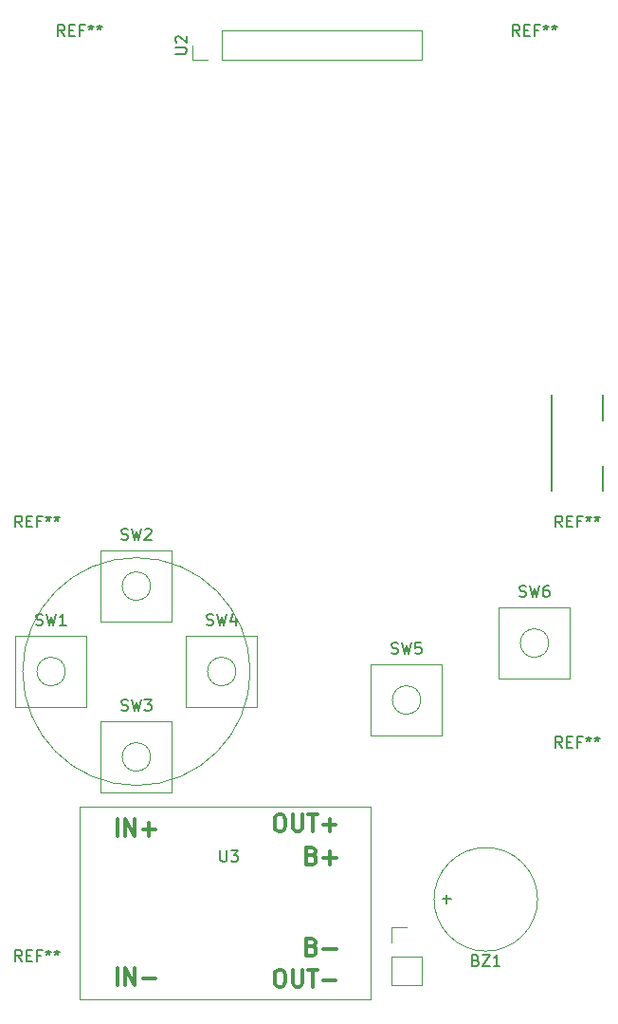
<source format=gbr>
%TF.GenerationSoftware,KiCad,Pcbnew,(5.1.10-1-10_14)*%
%TF.CreationDate,2021-08-15T20:20:53+09:00*%
%TF.ProjectId,gamejoy,67616d65-6a6f-4792-9e6b-696361645f70,rev?*%
%TF.SameCoordinates,Original*%
%TF.FileFunction,Legend,Top*%
%TF.FilePolarity,Positive*%
%FSLAX46Y46*%
G04 Gerber Fmt 4.6, Leading zero omitted, Abs format (unit mm)*
G04 Created by KiCad (PCBNEW (5.1.10-1-10_14)) date 2021-08-15 20:20:53*
%MOMM*%
%LPD*%
G01*
G04 APERTURE LIST*
%ADD10C,0.120000*%
%ADD11C,0.150000*%
%ADD12C,0.300000*%
G04 APERTURE END LIST*
D10*
X100330000Y-114300000D02*
G75*
G03*
X100330000Y-114300000I-10160000J0D01*
G01*
%TO.C,BT1*%
X112970000Y-137100000D02*
X114300000Y-137100000D01*
X112970000Y-138430000D02*
X112970000Y-137100000D01*
X112970000Y-139700000D02*
X115630000Y-139700000D01*
X115630000Y-139700000D02*
X115630000Y-142300000D01*
X112970000Y-139700000D02*
X112970000Y-142300000D01*
X112970000Y-142300000D02*
X115630000Y-142300000D01*
%TO.C,BZ1*%
X126000000Y-134620000D02*
G75*
G03*
X126000000Y-134620000I-4620000J0D01*
G01*
%TO.C,SW1*%
X83820000Y-114300000D02*
G75*
G03*
X83820000Y-114300000I-1270000J0D01*
G01*
X85725000Y-111125000D02*
X79375000Y-111125000D01*
X85725000Y-117475000D02*
X85725000Y-111125000D01*
X79375000Y-117475000D02*
X85725000Y-117475000D01*
X79375000Y-111125000D02*
X79375000Y-117475000D01*
%TO.C,SW2*%
X86995000Y-103505000D02*
X86995000Y-109855000D01*
X86995000Y-109855000D02*
X93345000Y-109855000D01*
X93345000Y-109855000D02*
X93345000Y-103505000D01*
X93345000Y-103505000D02*
X86995000Y-103505000D01*
X91440000Y-106680000D02*
G75*
G03*
X91440000Y-106680000I-1270000J0D01*
G01*
%TO.C,SW3*%
X86995000Y-118745000D02*
X86995000Y-125095000D01*
X86995000Y-125095000D02*
X93345000Y-125095000D01*
X93345000Y-125095000D02*
X93345000Y-118745000D01*
X93345000Y-118745000D02*
X86995000Y-118745000D01*
X91440000Y-121920000D02*
G75*
G03*
X91440000Y-121920000I-1270000J0D01*
G01*
%TO.C,SW4*%
X99060000Y-114300000D02*
G75*
G03*
X99060000Y-114300000I-1270000J0D01*
G01*
X100965000Y-111125000D02*
X94615000Y-111125000D01*
X100965000Y-117475000D02*
X100965000Y-111125000D01*
X94615000Y-117475000D02*
X100965000Y-117475000D01*
X94615000Y-111125000D02*
X94615000Y-117475000D01*
%TO.C,SW5*%
X111125000Y-113665000D02*
X111125000Y-120015000D01*
X111125000Y-120015000D02*
X117475000Y-120015000D01*
X117475000Y-120015000D02*
X117475000Y-113665000D01*
X117475000Y-113665000D02*
X111125000Y-113665000D01*
X115570000Y-116840000D02*
G75*
G03*
X115570000Y-116840000I-1270000J0D01*
G01*
%TO.C,SW6*%
X127000000Y-111760000D02*
G75*
G03*
X127000000Y-111760000I-1270000J0D01*
G01*
X128905000Y-108585000D02*
X122555000Y-108585000D01*
X128905000Y-114935000D02*
X128905000Y-108585000D01*
X122555000Y-114935000D02*
X128905000Y-114935000D01*
X122555000Y-108585000D02*
X122555000Y-114935000D01*
D11*
%TO.C,SW7*%
X131840000Y-91885000D02*
X131840000Y-89585000D01*
X131840000Y-98185000D02*
X131840000Y-95985000D01*
X127240000Y-98185000D02*
X127240000Y-89585000D01*
D10*
%TO.C,U2*%
X95190000Y-59750000D02*
X95190000Y-58420000D01*
X96520000Y-59750000D02*
X95190000Y-59750000D01*
X97790000Y-59750000D02*
X97790000Y-57090000D01*
X97790000Y-57090000D02*
X115630000Y-57090000D01*
X97790000Y-59750000D02*
X115630000Y-59750000D01*
X115630000Y-59750000D02*
X115630000Y-57090000D01*
%TO.C,U3*%
X85090000Y-143510000D02*
X85090000Y-126365000D01*
X111125000Y-143510000D02*
X85090000Y-143510000D01*
X111125000Y-126365000D02*
X111125000Y-143510000D01*
X85090000Y-126365000D02*
X111125000Y-126365000D01*
%TO.C,REF\u002A\u002A*%
D11*
X128206666Y-101417380D02*
X127873333Y-100941190D01*
X127635238Y-101417380D02*
X127635238Y-100417380D01*
X128016190Y-100417380D01*
X128111428Y-100465000D01*
X128159047Y-100512619D01*
X128206666Y-100607857D01*
X128206666Y-100750714D01*
X128159047Y-100845952D01*
X128111428Y-100893571D01*
X128016190Y-100941190D01*
X127635238Y-100941190D01*
X128635238Y-100893571D02*
X128968571Y-100893571D01*
X129111428Y-101417380D02*
X128635238Y-101417380D01*
X128635238Y-100417380D01*
X129111428Y-100417380D01*
X129873333Y-100893571D02*
X129540000Y-100893571D01*
X129540000Y-101417380D02*
X129540000Y-100417380D01*
X130016190Y-100417380D01*
X130540000Y-100417380D02*
X130540000Y-100655476D01*
X130301904Y-100560238D02*
X130540000Y-100655476D01*
X130778095Y-100560238D01*
X130397142Y-100845952D02*
X130540000Y-100655476D01*
X130682857Y-100845952D01*
X131301904Y-100417380D02*
X131301904Y-100655476D01*
X131063809Y-100560238D02*
X131301904Y-100655476D01*
X131540000Y-100560238D01*
X131159047Y-100845952D02*
X131301904Y-100655476D01*
X131444761Y-100845952D01*
X79946666Y-101417380D02*
X79613333Y-100941190D01*
X79375238Y-101417380D02*
X79375238Y-100417380D01*
X79756190Y-100417380D01*
X79851428Y-100465000D01*
X79899047Y-100512619D01*
X79946666Y-100607857D01*
X79946666Y-100750714D01*
X79899047Y-100845952D01*
X79851428Y-100893571D01*
X79756190Y-100941190D01*
X79375238Y-100941190D01*
X80375238Y-100893571D02*
X80708571Y-100893571D01*
X80851428Y-101417380D02*
X80375238Y-101417380D01*
X80375238Y-100417380D01*
X80851428Y-100417380D01*
X81613333Y-100893571D02*
X81280000Y-100893571D01*
X81280000Y-101417380D02*
X81280000Y-100417380D01*
X81756190Y-100417380D01*
X82280000Y-100417380D02*
X82280000Y-100655476D01*
X82041904Y-100560238D02*
X82280000Y-100655476D01*
X82518095Y-100560238D01*
X82137142Y-100845952D02*
X82280000Y-100655476D01*
X82422857Y-100845952D01*
X83041904Y-100417380D02*
X83041904Y-100655476D01*
X82803809Y-100560238D02*
X83041904Y-100655476D01*
X83280000Y-100560238D01*
X82899047Y-100845952D02*
X83041904Y-100655476D01*
X83184761Y-100845952D01*
X83756666Y-57602380D02*
X83423333Y-57126190D01*
X83185238Y-57602380D02*
X83185238Y-56602380D01*
X83566190Y-56602380D01*
X83661428Y-56650000D01*
X83709047Y-56697619D01*
X83756666Y-56792857D01*
X83756666Y-56935714D01*
X83709047Y-57030952D01*
X83661428Y-57078571D01*
X83566190Y-57126190D01*
X83185238Y-57126190D01*
X84185238Y-57078571D02*
X84518571Y-57078571D01*
X84661428Y-57602380D02*
X84185238Y-57602380D01*
X84185238Y-56602380D01*
X84661428Y-56602380D01*
X85423333Y-57078571D02*
X85090000Y-57078571D01*
X85090000Y-57602380D02*
X85090000Y-56602380D01*
X85566190Y-56602380D01*
X86090000Y-56602380D02*
X86090000Y-56840476D01*
X85851904Y-56745238D02*
X86090000Y-56840476D01*
X86328095Y-56745238D01*
X85947142Y-57030952D02*
X86090000Y-56840476D01*
X86232857Y-57030952D01*
X86851904Y-56602380D02*
X86851904Y-56840476D01*
X86613809Y-56745238D02*
X86851904Y-56840476D01*
X87090000Y-56745238D01*
X86709047Y-57030952D02*
X86851904Y-56840476D01*
X86994761Y-57030952D01*
X124396666Y-57602380D02*
X124063333Y-57126190D01*
X123825238Y-57602380D02*
X123825238Y-56602380D01*
X124206190Y-56602380D01*
X124301428Y-56650000D01*
X124349047Y-56697619D01*
X124396666Y-56792857D01*
X124396666Y-56935714D01*
X124349047Y-57030952D01*
X124301428Y-57078571D01*
X124206190Y-57126190D01*
X123825238Y-57126190D01*
X124825238Y-57078571D02*
X125158571Y-57078571D01*
X125301428Y-57602380D02*
X124825238Y-57602380D01*
X124825238Y-56602380D01*
X125301428Y-56602380D01*
X126063333Y-57078571D02*
X125730000Y-57078571D01*
X125730000Y-57602380D02*
X125730000Y-56602380D01*
X126206190Y-56602380D01*
X126730000Y-56602380D02*
X126730000Y-56840476D01*
X126491904Y-56745238D02*
X126730000Y-56840476D01*
X126968095Y-56745238D01*
X126587142Y-57030952D02*
X126730000Y-56840476D01*
X126872857Y-57030952D01*
X127491904Y-56602380D02*
X127491904Y-56840476D01*
X127253809Y-56745238D02*
X127491904Y-56840476D01*
X127730000Y-56745238D01*
X127349047Y-57030952D02*
X127491904Y-56840476D01*
X127634761Y-57030952D01*
X79946666Y-140152380D02*
X79613333Y-139676190D01*
X79375238Y-140152380D02*
X79375238Y-139152380D01*
X79756190Y-139152380D01*
X79851428Y-139200000D01*
X79899047Y-139247619D01*
X79946666Y-139342857D01*
X79946666Y-139485714D01*
X79899047Y-139580952D01*
X79851428Y-139628571D01*
X79756190Y-139676190D01*
X79375238Y-139676190D01*
X80375238Y-139628571D02*
X80708571Y-139628571D01*
X80851428Y-140152380D02*
X80375238Y-140152380D01*
X80375238Y-139152380D01*
X80851428Y-139152380D01*
X81613333Y-139628571D02*
X81280000Y-139628571D01*
X81280000Y-140152380D02*
X81280000Y-139152380D01*
X81756190Y-139152380D01*
X82280000Y-139152380D02*
X82280000Y-139390476D01*
X82041904Y-139295238D02*
X82280000Y-139390476D01*
X82518095Y-139295238D01*
X82137142Y-139580952D02*
X82280000Y-139390476D01*
X82422857Y-139580952D01*
X83041904Y-139152380D02*
X83041904Y-139390476D01*
X82803809Y-139295238D02*
X83041904Y-139390476D01*
X83280000Y-139295238D01*
X82899047Y-139580952D02*
X83041904Y-139390476D01*
X83184761Y-139580952D01*
X128206666Y-121102380D02*
X127873333Y-120626190D01*
X127635238Y-121102380D02*
X127635238Y-120102380D01*
X128016190Y-120102380D01*
X128111428Y-120150000D01*
X128159047Y-120197619D01*
X128206666Y-120292857D01*
X128206666Y-120435714D01*
X128159047Y-120530952D01*
X128111428Y-120578571D01*
X128016190Y-120626190D01*
X127635238Y-120626190D01*
X128635238Y-120578571D02*
X128968571Y-120578571D01*
X129111428Y-121102380D02*
X128635238Y-121102380D01*
X128635238Y-120102380D01*
X129111428Y-120102380D01*
X129873333Y-120578571D02*
X129540000Y-120578571D01*
X129540000Y-121102380D02*
X129540000Y-120102380D01*
X130016190Y-120102380D01*
X130540000Y-120102380D02*
X130540000Y-120340476D01*
X130301904Y-120245238D02*
X130540000Y-120340476D01*
X130778095Y-120245238D01*
X130397142Y-120530952D02*
X130540000Y-120340476D01*
X130682857Y-120530952D01*
X131301904Y-120102380D02*
X131301904Y-120340476D01*
X131063809Y-120245238D02*
X131301904Y-120340476D01*
X131540000Y-120245238D01*
X131159047Y-120530952D02*
X131301904Y-120340476D01*
X131444761Y-120530952D01*
%TO.C,BZ1*%
X120499047Y-140048571D02*
X120641904Y-140096190D01*
X120689523Y-140143809D01*
X120737142Y-140239047D01*
X120737142Y-140381904D01*
X120689523Y-140477142D01*
X120641904Y-140524761D01*
X120546666Y-140572380D01*
X120165714Y-140572380D01*
X120165714Y-139572380D01*
X120499047Y-139572380D01*
X120594285Y-139620000D01*
X120641904Y-139667619D01*
X120689523Y-139762857D01*
X120689523Y-139858095D01*
X120641904Y-139953333D01*
X120594285Y-140000952D01*
X120499047Y-140048571D01*
X120165714Y-140048571D01*
X121070476Y-139572380D02*
X121737142Y-139572380D01*
X121070476Y-140572380D01*
X121737142Y-140572380D01*
X122641904Y-140572380D02*
X122070476Y-140572380D01*
X122356190Y-140572380D02*
X122356190Y-139572380D01*
X122260952Y-139715238D01*
X122165714Y-139810476D01*
X122070476Y-139858095D01*
X117499047Y-134591428D02*
X118260952Y-134591428D01*
X117880000Y-134972380D02*
X117880000Y-134210476D01*
%TO.C,SW1*%
X81216666Y-110124761D02*
X81359523Y-110172380D01*
X81597619Y-110172380D01*
X81692857Y-110124761D01*
X81740476Y-110077142D01*
X81788095Y-109981904D01*
X81788095Y-109886666D01*
X81740476Y-109791428D01*
X81692857Y-109743809D01*
X81597619Y-109696190D01*
X81407142Y-109648571D01*
X81311904Y-109600952D01*
X81264285Y-109553333D01*
X81216666Y-109458095D01*
X81216666Y-109362857D01*
X81264285Y-109267619D01*
X81311904Y-109220000D01*
X81407142Y-109172380D01*
X81645238Y-109172380D01*
X81788095Y-109220000D01*
X82121428Y-109172380D02*
X82359523Y-110172380D01*
X82550000Y-109458095D01*
X82740476Y-110172380D01*
X82978571Y-109172380D01*
X83883333Y-110172380D02*
X83311904Y-110172380D01*
X83597619Y-110172380D02*
X83597619Y-109172380D01*
X83502380Y-109315238D01*
X83407142Y-109410476D01*
X83311904Y-109458095D01*
%TO.C,SW2*%
X88836666Y-102504761D02*
X88979523Y-102552380D01*
X89217619Y-102552380D01*
X89312857Y-102504761D01*
X89360476Y-102457142D01*
X89408095Y-102361904D01*
X89408095Y-102266666D01*
X89360476Y-102171428D01*
X89312857Y-102123809D01*
X89217619Y-102076190D01*
X89027142Y-102028571D01*
X88931904Y-101980952D01*
X88884285Y-101933333D01*
X88836666Y-101838095D01*
X88836666Y-101742857D01*
X88884285Y-101647619D01*
X88931904Y-101600000D01*
X89027142Y-101552380D01*
X89265238Y-101552380D01*
X89408095Y-101600000D01*
X89741428Y-101552380D02*
X89979523Y-102552380D01*
X90170000Y-101838095D01*
X90360476Y-102552380D01*
X90598571Y-101552380D01*
X90931904Y-101647619D02*
X90979523Y-101600000D01*
X91074761Y-101552380D01*
X91312857Y-101552380D01*
X91408095Y-101600000D01*
X91455714Y-101647619D01*
X91503333Y-101742857D01*
X91503333Y-101838095D01*
X91455714Y-101980952D01*
X90884285Y-102552380D01*
X91503333Y-102552380D01*
%TO.C,SW3*%
X88836666Y-117744761D02*
X88979523Y-117792380D01*
X89217619Y-117792380D01*
X89312857Y-117744761D01*
X89360476Y-117697142D01*
X89408095Y-117601904D01*
X89408095Y-117506666D01*
X89360476Y-117411428D01*
X89312857Y-117363809D01*
X89217619Y-117316190D01*
X89027142Y-117268571D01*
X88931904Y-117220952D01*
X88884285Y-117173333D01*
X88836666Y-117078095D01*
X88836666Y-116982857D01*
X88884285Y-116887619D01*
X88931904Y-116840000D01*
X89027142Y-116792380D01*
X89265238Y-116792380D01*
X89408095Y-116840000D01*
X89741428Y-116792380D02*
X89979523Y-117792380D01*
X90170000Y-117078095D01*
X90360476Y-117792380D01*
X90598571Y-116792380D01*
X90884285Y-116792380D02*
X91503333Y-116792380D01*
X91170000Y-117173333D01*
X91312857Y-117173333D01*
X91408095Y-117220952D01*
X91455714Y-117268571D01*
X91503333Y-117363809D01*
X91503333Y-117601904D01*
X91455714Y-117697142D01*
X91408095Y-117744761D01*
X91312857Y-117792380D01*
X91027142Y-117792380D01*
X90931904Y-117744761D01*
X90884285Y-117697142D01*
%TO.C,SW4*%
X96456666Y-110124761D02*
X96599523Y-110172380D01*
X96837619Y-110172380D01*
X96932857Y-110124761D01*
X96980476Y-110077142D01*
X97028095Y-109981904D01*
X97028095Y-109886666D01*
X96980476Y-109791428D01*
X96932857Y-109743809D01*
X96837619Y-109696190D01*
X96647142Y-109648571D01*
X96551904Y-109600952D01*
X96504285Y-109553333D01*
X96456666Y-109458095D01*
X96456666Y-109362857D01*
X96504285Y-109267619D01*
X96551904Y-109220000D01*
X96647142Y-109172380D01*
X96885238Y-109172380D01*
X97028095Y-109220000D01*
X97361428Y-109172380D02*
X97599523Y-110172380D01*
X97790000Y-109458095D01*
X97980476Y-110172380D01*
X98218571Y-109172380D01*
X99028095Y-109505714D02*
X99028095Y-110172380D01*
X98790000Y-109124761D02*
X98551904Y-109839047D01*
X99170952Y-109839047D01*
%TO.C,SW5*%
X112966666Y-112664761D02*
X113109523Y-112712380D01*
X113347619Y-112712380D01*
X113442857Y-112664761D01*
X113490476Y-112617142D01*
X113538095Y-112521904D01*
X113538095Y-112426666D01*
X113490476Y-112331428D01*
X113442857Y-112283809D01*
X113347619Y-112236190D01*
X113157142Y-112188571D01*
X113061904Y-112140952D01*
X113014285Y-112093333D01*
X112966666Y-111998095D01*
X112966666Y-111902857D01*
X113014285Y-111807619D01*
X113061904Y-111760000D01*
X113157142Y-111712380D01*
X113395238Y-111712380D01*
X113538095Y-111760000D01*
X113871428Y-111712380D02*
X114109523Y-112712380D01*
X114300000Y-111998095D01*
X114490476Y-112712380D01*
X114728571Y-111712380D01*
X115585714Y-111712380D02*
X115109523Y-111712380D01*
X115061904Y-112188571D01*
X115109523Y-112140952D01*
X115204761Y-112093333D01*
X115442857Y-112093333D01*
X115538095Y-112140952D01*
X115585714Y-112188571D01*
X115633333Y-112283809D01*
X115633333Y-112521904D01*
X115585714Y-112617142D01*
X115538095Y-112664761D01*
X115442857Y-112712380D01*
X115204761Y-112712380D01*
X115109523Y-112664761D01*
X115061904Y-112617142D01*
%TO.C,SW6*%
X124396666Y-107584761D02*
X124539523Y-107632380D01*
X124777619Y-107632380D01*
X124872857Y-107584761D01*
X124920476Y-107537142D01*
X124968095Y-107441904D01*
X124968095Y-107346666D01*
X124920476Y-107251428D01*
X124872857Y-107203809D01*
X124777619Y-107156190D01*
X124587142Y-107108571D01*
X124491904Y-107060952D01*
X124444285Y-107013333D01*
X124396666Y-106918095D01*
X124396666Y-106822857D01*
X124444285Y-106727619D01*
X124491904Y-106680000D01*
X124587142Y-106632380D01*
X124825238Y-106632380D01*
X124968095Y-106680000D01*
X125301428Y-106632380D02*
X125539523Y-107632380D01*
X125730000Y-106918095D01*
X125920476Y-107632380D01*
X126158571Y-106632380D01*
X126968095Y-106632380D02*
X126777619Y-106632380D01*
X126682380Y-106680000D01*
X126634761Y-106727619D01*
X126539523Y-106870476D01*
X126491904Y-107060952D01*
X126491904Y-107441904D01*
X126539523Y-107537142D01*
X126587142Y-107584761D01*
X126682380Y-107632380D01*
X126872857Y-107632380D01*
X126968095Y-107584761D01*
X127015714Y-107537142D01*
X127063333Y-107441904D01*
X127063333Y-107203809D01*
X127015714Y-107108571D01*
X126968095Y-107060952D01*
X126872857Y-107013333D01*
X126682380Y-107013333D01*
X126587142Y-107060952D01*
X126539523Y-107108571D01*
X126491904Y-107203809D01*
%TO.C,U2*%
X93642380Y-59181904D02*
X94451904Y-59181904D01*
X94547142Y-59134285D01*
X94594761Y-59086666D01*
X94642380Y-58991428D01*
X94642380Y-58800952D01*
X94594761Y-58705714D01*
X94547142Y-58658095D01*
X94451904Y-58610476D01*
X93642380Y-58610476D01*
X93737619Y-58181904D02*
X93690000Y-58134285D01*
X93642380Y-58039047D01*
X93642380Y-57800952D01*
X93690000Y-57705714D01*
X93737619Y-57658095D01*
X93832857Y-57610476D01*
X93928095Y-57610476D01*
X94070952Y-57658095D01*
X94642380Y-58229523D01*
X94642380Y-57610476D01*
%TO.C,U3*%
X97663095Y-130262380D02*
X97663095Y-131071904D01*
X97710714Y-131167142D01*
X97758333Y-131214761D01*
X97853571Y-131262380D01*
X98044047Y-131262380D01*
X98139285Y-131214761D01*
X98186904Y-131167142D01*
X98234523Y-131071904D01*
X98234523Y-130262380D01*
X98615476Y-130262380D02*
X99234523Y-130262380D01*
X98901190Y-130643333D01*
X99044047Y-130643333D01*
X99139285Y-130690952D01*
X99186904Y-130738571D01*
X99234523Y-130833809D01*
X99234523Y-131071904D01*
X99186904Y-131167142D01*
X99139285Y-131214761D01*
X99044047Y-131262380D01*
X98758333Y-131262380D01*
X98663095Y-131214761D01*
X98615476Y-131167142D01*
D12*
X105858571Y-130702857D02*
X106072857Y-130774285D01*
X106144285Y-130845714D01*
X106215714Y-130988571D01*
X106215714Y-131202857D01*
X106144285Y-131345714D01*
X106072857Y-131417142D01*
X105930000Y-131488571D01*
X105358571Y-131488571D01*
X105358571Y-129988571D01*
X105858571Y-129988571D01*
X106001428Y-130060000D01*
X106072857Y-130131428D01*
X106144285Y-130274285D01*
X106144285Y-130417142D01*
X106072857Y-130560000D01*
X106001428Y-130631428D01*
X105858571Y-130702857D01*
X105358571Y-130702857D01*
X106858571Y-130917142D02*
X108001428Y-130917142D01*
X107430000Y-131488571D02*
X107430000Y-130345714D01*
X105858571Y-138830857D02*
X106072857Y-138902285D01*
X106144285Y-138973714D01*
X106215714Y-139116571D01*
X106215714Y-139330857D01*
X106144285Y-139473714D01*
X106072857Y-139545142D01*
X105930000Y-139616571D01*
X105358571Y-139616571D01*
X105358571Y-138116571D01*
X105858571Y-138116571D01*
X106001428Y-138188000D01*
X106072857Y-138259428D01*
X106144285Y-138402285D01*
X106144285Y-138545142D01*
X106072857Y-138688000D01*
X106001428Y-138759428D01*
X105858571Y-138830857D01*
X105358571Y-138830857D01*
X106858571Y-139045142D02*
X108001428Y-139045142D01*
X102854428Y-127067571D02*
X103140142Y-127067571D01*
X103283000Y-127139000D01*
X103425857Y-127281857D01*
X103497285Y-127567571D01*
X103497285Y-128067571D01*
X103425857Y-128353285D01*
X103283000Y-128496142D01*
X103140142Y-128567571D01*
X102854428Y-128567571D01*
X102711571Y-128496142D01*
X102568714Y-128353285D01*
X102497285Y-128067571D01*
X102497285Y-127567571D01*
X102568714Y-127281857D01*
X102711571Y-127139000D01*
X102854428Y-127067571D01*
X104140142Y-127067571D02*
X104140142Y-128281857D01*
X104211571Y-128424714D01*
X104283000Y-128496142D01*
X104425857Y-128567571D01*
X104711571Y-128567571D01*
X104854428Y-128496142D01*
X104925857Y-128424714D01*
X104997285Y-128281857D01*
X104997285Y-127067571D01*
X105497285Y-127067571D02*
X106354428Y-127067571D01*
X105925857Y-128567571D02*
X105925857Y-127067571D01*
X106854428Y-127996142D02*
X107997285Y-127996142D01*
X107425857Y-128567571D02*
X107425857Y-127424714D01*
X102854428Y-140910571D02*
X103140142Y-140910571D01*
X103283000Y-140982000D01*
X103425857Y-141124857D01*
X103497285Y-141410571D01*
X103497285Y-141910571D01*
X103425857Y-142196285D01*
X103283000Y-142339142D01*
X103140142Y-142410571D01*
X102854428Y-142410571D01*
X102711571Y-142339142D01*
X102568714Y-142196285D01*
X102497285Y-141910571D01*
X102497285Y-141410571D01*
X102568714Y-141124857D01*
X102711571Y-140982000D01*
X102854428Y-140910571D01*
X104140142Y-140910571D02*
X104140142Y-142124857D01*
X104211571Y-142267714D01*
X104283000Y-142339142D01*
X104425857Y-142410571D01*
X104711571Y-142410571D01*
X104854428Y-142339142D01*
X104925857Y-142267714D01*
X104997285Y-142124857D01*
X104997285Y-140910571D01*
X105497285Y-140910571D02*
X106354428Y-140910571D01*
X105925857Y-142410571D02*
X105925857Y-140910571D01*
X106854428Y-141839142D02*
X107997285Y-141839142D01*
X88455714Y-128948571D02*
X88455714Y-127448571D01*
X89170000Y-128948571D02*
X89170000Y-127448571D01*
X90027142Y-128948571D01*
X90027142Y-127448571D01*
X90741428Y-128377142D02*
X91884285Y-128377142D01*
X91312857Y-128948571D02*
X91312857Y-127805714D01*
X88455714Y-142283571D02*
X88455714Y-140783571D01*
X89170000Y-142283571D02*
X89170000Y-140783571D01*
X90027142Y-142283571D01*
X90027142Y-140783571D01*
X90741428Y-141712142D02*
X91884285Y-141712142D01*
%TD*%
M02*

</source>
